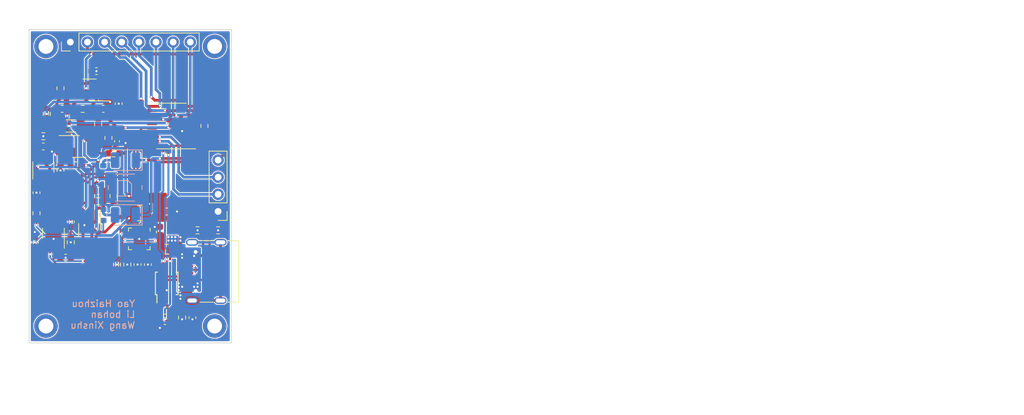
<source format=kicad_pcb>
(kicad_pcb (version 20230410) (generator pcbnew)
  (layers (0 "F.Cu" signal) (31 "B.Cu" signal) (34 "B.Paste" user) (35 "F.Paste" user) (36 "B.SilkS" user "B.Silkscreen") (37 "F.SilkS" user "F.Silkscreen") (38 "B.Mask" user) (39 "F.Mask" user) (44 "Edge.Cuts" user))
  (net 0 "")
  (net 1 "GND")
  (net 2 "+3V3")
  (net 3 "/SCR_SCK")
  (net 4 "/SCR_DATA")
  (net 5 "Net-(C21-Pad2)")
  (net 6 "Net-(U2B-+)")
  (net 7 "/SCR_BLK")
  (net 8 "Net-(J1-SHIELD)")
  (net 12 "Net-(D1-K)")
  (net 17 "Net-(U9-EXT_CAP)")
  (net 18 "Net-(U5-C1-)")
  (net 19 "Net-(U5-C1+)")
  (net 20 "Net-(U4-NRST)")
  (net 21 "Net-(U3-SS)")
  (net 22 "Net-(U3-FB)")
  (net 23 "Net-(F1-Pad1)")
  (net 24 "Net-(J1-CC1)")
  (net 25 "Net-(U1-UD+)")
  (net 26 "Net-(U1-UD-)")
  (net 28 "Net-(J1-CC2)")
  (net 30 "Net-(U1-V3)")
  (net 31 "Net-(L1-Pad1)")
  (net 32 "Net-(J2-Pin_3)")
  (net 33 "Net-(J2-Pin_2)")
  (net 34 "Net-(D3-K)")
  (net 35 "Net-(D3-A)")
  (net 36 "Net-(D2-K)")
  (net 37 "Net-(D2-A)")
  (net 38 "Net-(C17-Pad1)")
  (net 39 "Net-(C15-Pad1)")
  (net 40 "/SCR_RES")
  (net 41 "/SCR_DC")
  (net 42 "/SCR_CS")
  (net 43 "/RAW_PH")
  (net 44 "/MCU_TX")
  (net 45 "/MCU_RX")
  (net 46 "/LOW_PH")
  (net 47 "/HIGH_PH")
  (net 48 "/DIGIPOT_SDA")
  (net 49 "/DIGIPOT_SCL")
  (net 50 "/DIGIPOT_A")
  (net 51 "/AMP_PH")
  (net 52 "-3V3")
  (net 53 "+5V")
  (net 54 "Net-(U2A-+)")
  (net 55 "Net-(U6A-+)")
  (net 56 "Net-(U6B-+)")
  (net 57 "Net-(U2A--)")
  (net 58 "Net-(U2B--)")
  (footprint "Resistor_SMD:R_0603_1608Metric" (layer "F.Cu") (at 107.95 111.76)
    (fp_text reference "R17" hide)
    (fp_text value "3K65")
  )
  (footprint "Resistor_SMD:R_0603_1608Metric" (layer "F.Cu") (at 124.968 129.794 180)
    (fp_text reference "R2" hide)
    (fp_text value "5K1")
  )
  (footprint "Capacitor_SMD:C_0603_1608Metric" (layer "F.Cu") (at 106.934 120.142 180)
    (fp_text reference "C12" hide)
    (fp_text value "10uF")
  )
  (footprint "Capacitor_SMD:C_0603_1608Metric" (layer "F.Cu") (at 102.108 117.348)
    (fp_text reference "C9" hide)
    (fp_text value "1uF")
  )
  (footprint "Connector_PinHeader_2.54mm:PinHeader_1x04_P2.54mm_Vertical" (layer "F.Cu") (at 128.016 126.99 180)
    (fp_text reference "J2" hide)
    (fp_text value "SWD")
  )
  (footprint "Capacitor_SMD:C_0603_1608Metric" (layer "F.Cu") (at 113.284 110.998 -90)
    (fp_text reference "C14" hide)
    (fp_text value "100nF")
  )
  (footprint "Capacitor_SMD:C_0603_1608Metric" (layer "F.Cu") (at 104.648 120.904 90)
    (fp_text reference "C10" hide)
    (fp_text value "1uF")
  )
  (footprint "Capacitor_SMD:C_0603_1608Metric" (layer "F.Cu") (at 104.902 111.76)
    (fp_text reference "C17" hide)
    (fp_text value "22uF")
  )
  (footprint "Connector_PinHeader_2.54mm:PinHeader_1x08_P2.54mm_Vertical" (layer "F.Cu") (at 106.11 101.854 90)
    (fp_text reference "J3" hide)
    (fp_text value "Conn_01x08_Pin")
  )
  (footprint "Capacitor_SMD:C_1206_3216Metric" (layer "F.Cu") (at 106.172 114.3)
    (fp_text reference "C21" hide)
    (fp_text value "33uF")
  )
  (footprint "Resistor_SMD:R_0603_1608Metric" (layer "F.Cu") (at 125.984 114.3 -90)
    (fp_text reference "R8" hide)
    (fp_text value "100K")
  )
  (footprint "Resistor_SMD:R_0603_1608Metric" (layer "F.Cu") (at 104.648 108.712 90)
    (fp_text reference "R19" hide)
    (fp_text value "3K65")
  )
  (footprint "Capacitor_SMD:C_0603_1608Metric" (layer "F.Cu") (at 124.206 142.748 -90)
    (fp_text reference "C1" hide)
    (fp_text value "100nF")
  )
  (footprint "Capacitor_SMD:C_0603_1608Metric" (layer "F.Cu") (at 110.998 111.76)
    (fp_text reference "C15" hide)
    (fp_text value "220nF")
  )
  (footprint "Capacitor_SMD:C_0603_1608Metric" (layer "F.Cu") (at 105.41 133.858)
    (fp_text reference "C20" hide)
    (fp_text value "1uF")
  )
  (footprint "Capacitor_SMD:C_0402_1005Metric" (layer "F.Cu") (at 113.03 116.586 -90)
    (fp_text reference "C22" hide)
    (fp_text value "15uF")
  )
  (footprint "Resistor_SMD:R_0603_1608Metric" (layer "F.Cu") (at 110.236 114.046 90)
    (fp_text reference "R16" hide)
    (fp_text value "1K96")
  )
  (footprint "Package_SO:VSSOP-8_3.0x3.0mm_P0.65mm" (layer "F.Cu") (at 107.442 117.348)
    (fp_text reference "U2" hide)
    (fp_text value "LM2904")
  )
  (footprint "Capacitor_SMD:C_0603_1608Metric" (layer "F.Cu") (at 101.092 124.219 -90)
    (fp_text reference "C11" hide)
    (fp_text value "1uF")
  )
  (footprint "Package_TO_SOT_SMD:SOT-23-5" (layer "F.Cu") (at 102.108 120.396 90)
    (fp_text reference "U5" hide)
    (fp_text value "TPS60403")
  )
  (footprint "Inductor_SMD:L_1008_2520Metric" (layer "F.Cu") (at 116.332 127.254 180)
    (fp_text reference "L1" hide)
    (fp_text value "HEI252012A-2R2M-Q8")
  )
  (footprint "Resistor_SMD:R_0603_1608Metric" (layer "F.Cu") (at 102.616 112.522 90)
    (fp_text reference "R18" hide)
    (fp_text value "1K96")
  )
  (footprint "Package_DFN_QFN:VQFN-16-1EP_3x3mm_P0.5mm_EP1.68x1.68mm" (layer "F.Cu") (at 116.332 131.064 -90)
    (fp_text reference "U3" hide)
    (fp_text value "TLV62130")
  )
  (footprint "Package_SO:VSSOP-8_3.0x3.0mm_P0.65mm" (layer "F.Cu") (at 108.966 129.794 -90)
    (fp_text reference "U11" hide)
    (fp_text value "LM2904")
  )
  (footprint "Resistor_SMD:R_0603_1608Metric" (layer "F.Cu") (at 112.522 118.364)
    (fp_text reference "R25" hide)
    (fp_text value "15K8")
  )
  (footprint "Capacitor_SMD:C_0603_1608Metric" (layer "F.Cu") (at 120.396 127)
    (fp_text reference "C7" hide)
    (fp_text value "22uF")
  )
  (footprint "Resistor_SMD:R_0603_1608Metric" (layer "F.Cu") (at 113.03 134.874 -90)
    (fp_text reference "R4" hide)
    (fp_text value "562K")
  )
  (footprint "Capacitor_SMD:C_0603_1608Metric" (layer "F.Cu") (at 119.38 130.048 90)
    (fp_text reference "C5" hide)
    (fp_text value "100nF")
  )
  (footprint "Capacitor_SMD:C_0603_1608Metric" (layer "F.Cu") (at 106.172 128.537 90)
    (fp_text reference "C18" hide)
    (fp_text value "10uF")
  )
  (footprint "Resistor_SMD:R_0603_1608Metric" (layer "F.Cu") (at 110.236 125.476)
    (fp_text reference "R13" hide)
    (fp_text value "500K")
  )
  (footprint "Fuse:Fuse_0805_2012Metric" (layer "F.Cu") (at 120.396 132.588 180)
    (fp_text reference "F1" hide)
    (fp_text value "2A")
  )
  (footprint "Capacitor_SMD:C_0603_1608Metric" (layer "F.Cu") (at 109.982 106.172)
    (fp_text reference "C16" hide)
    (fp_text value "10uF")
  )
  (footprint "FP:M2-MountingHole" (layer "F.Cu") (at 127.5 102.5)
    (fp_text reference "REF**" hide)
    (fp_text value "M2-MountingHole")
  )
  (footprint "FP:TYPE-C-SMD_HX-TYPE-C-16PIN" (layer "F.Cu") (at 125.984 135.89 90)
    (fp_text reference "J1" hide)
    (fp_text value "USB_C_Receptacle_USB2.0")
  )
  (footprint "FP:M2-MountingHole" (layer "F.Cu") (at 102.5 144)
    (fp_text reference "REF**" hide)
    (fp_text value "M2-MountingHole")
  )
  (footprint "Capacitor_SMD:C_0603_1608Metric" (layer "F.Cu") (at 110.236 123.952)
    (fp_text reference "C8" hide)
    (fp_text value "150pF")
  )
  (footprint "Resistor_SMD:R_0603_1608Metric" (layer "F.Cu") (at 106.172 131.572 -90)
    (fp_text reference "R22" hide)
    (fp_text value "1K")
  )
  (footprint "Package_SO:MSOP-10_3x3mm_P0.5mm" (layer "F.Cu") (at 120.396 137.668 90)
    (fp_text reference "U1" hide)
    (fp_text value "CH340E")
  )
  (footprint "Resistor_SMD:R_0603_1608Metric" (layer "F.Cu") (at 101.092 127.254 -90)
    (fp_text reference "R20" hide)
    (fp_text value "10K")
  )
  (footprint "Package_SO:TSSOP-20_4.4x6.5mm_P0.65mm" (layer "F.Cu") (at 121.0895 114.311 180)
    (fp_text reference "U4" hide)
    (fp_text value "STM32G030F6Px")
  )
  (footprint "FP:M2-MountingHole" (layer "F.Cu") (at 102.5 102.5)
    (fp_text reference "REF**" hide)
    (fp_text value "M2-MountingHole")
  )
  (footprint "Resistor_SMD:R_0603_1608Metric" (layer "F.Cu") (at 128.016 129.794)
    (fp_text reference "R1" hide)
    (fp_text value "5K1")
  )
  (footprint "Capacitor_SMD:C_0603_1608Metric" (layer "F.Cu") (at 117.602 134.874 -90)
    (fp_text reference "C4" hide)
    (fp_text value "10uF")
  )
  (footprint "Resistor_SMD:R_0603_1608Metric" (layer "F.Cu") (at 122.682 142.748 90)
    (fp_text reference "R3" hide)
    (fp_text value "1M")
  )
  (footprint "Resistor_SMD:R_0603_1608Metric" (layer "F.Cu") (at 102.108 115.824 180)
    (fp_text reference "R14" hide)
    (fp_text value "15K8")
  )
  (footprint "Capacitor_SMD:C_0603_1608Metric" (layer "F.Cu") (at 120.142 141.732)
    (fp_text reference "C3" hide)
    (fp_text value "100nF")
  )
  (footprint "Capacitor_SMD:C_0603_1608Metric" (layer "F.Cu") (at 120.142 143.256 180)
    (fp_text reference "C2" hide)
    (fp_text value "100nF")
  )
  (footprint "Package_CSP:LFCSP-WD-10-1EP_3x3mm_P0.5mm_EP1.64x2.38mm" (layer "F.Cu") (at 103.604 130.966 90)
    (fp_text reference "U9" hide)
    (fp_text value "AD5272BCP")
  )
  (footprint "Resistor_SMD:R_0603_1608Metric" (layer "F.Cu") (at 112.522 124.714 -90)
    (fp_text reference "R21" hide)
    (fp_text value "10K")
  )
  (footprint "Resistor_SMD:R_0603_1608Metric" (layer "F.Cu") (at 114.554 134.874 90)
    (fp_text reference "R5" hide)
    (fp_text value "180K")
  )
  (footprint "FP:M2-MountingHole" (layer "F.Cu") (at 127.5 144)
    (fp_text reference "REF**" hide)
    (fp_text value "M2-MountingHole")
  )
  (footprint "Resistor_SMD:R_0603_1608Metric" (layer "F.Cu") (at 111.76 116.078 -90)
    (fp_text reference "R26" hide)
    (fp_text value "3K92")
  )
  (footprint "Capacitor_SMD:C_0603_1608Metric" (layer "F.Cu") (at 100.838 131.572 -90)
    (fp_text reference "C19" hide)
    (fp_text value "100nF")
  )
  (footprint "Package_SO:VSSOP-8_3.0x3.0mm_P0.65mm" (layer "F.Cu") (at 108.966 108.966 180)
    (fp_text reference "U6" hide)
    (fp_text value "LM2904")
  )
  (footprint "Capacitor_SMD:C_0603_1608Metric" (layer "F.Cu") (at 116.078 134.874 -90)
    (fp_text reference "C6" hide)
    (fp_text value "470pF")
  )
  (footprint "Capacitor_Tantalum_SMD:CP_EIA-3528-21_Kemet-B" (layer "B.Cu") (at 114.3 127.508 180)
    (fp_text reference "D2" hide)
    (fp_text value "VLMTG41S2U1")
  )
  (footprint "Resistor_SMD:R_0603_1608Metric" (layer "B.Cu") (at 110.998 119.38 90)
    (fp_text reference "R24" hide)
    (fp_text value "4.7R")
  )
  (footprint "Capacitor_Tantalum_SMD:CP_EIA-3528-21_Kemet-B" (layer "B.Cu") (at 114.3 119.38 180)
    (fp_text reference "D3" hide)
    (fp_text value "VLMTG41S2U1")
  )
  (footprint "FP:VEMD5510C" (layer "B.Cu") (at 111.633 121.399 -90)
    (fp_text reference "D1" hide)
    (fp_text value "VEMD5510C")
  )
  (footprint "Resistor_SMD:R_0603_1608Metric" (layer "B.Cu") (at 110.998 127.508 -90)
    (fp_text reference "R23" hide)
    (fp_text value "4.7R")
  )
  (gr_rect (start 100 100) (end 130 146.5) (stroke (width 0.1)) (fill none) (layer "Edge.Cuts"))
  (gr_text "Yao Haizhou\nLi bohan\nWang Xinshu" (at 115.8 144.47) (layer "B.SilkS") (effects (font (size 1 1)) (justify left bottom mirror)))
  (segment (start 101.283 115.824) (end 102.108 115.824) (width 0.4064) (layer "F.Cu") (net 1))
  (segment (start 101.092 124.994) (end 101.092 124.206) (width 0.4064) (layer "F.Cu") (net 1))
  (segment (start 119.367 144.259) (end 119.38 144.272) (width 0.4064) (layer "F.Cu") (net 1))
  (segment (start 117.602 135.649) (end 117.602 134.874) (width 0.508) (layer "F.Cu") (net 1))
  (segment (start 122.7836 132.6896) (end 122.428 132.334) (width 0.508) (layer "F.Cu") (net 1))
  (segment (start 122.428 139.446) (end 122.428 139.954) (width 0.508) (layer "F.Cu") (net 1))
  (segment (start 114.8695 130.814) (end 116.082 130.814) (width 0.254) (layer "F.Cu") (net 1))
  (segment (start 122.428 131.318) (end 122.428 130.81) (width 0.508) (layer "F.Cu") (net 1))
  (segment (start 106.172 129.312) (end 106.172 130.747) (width 0.254) (layer "F.Cu") (net 1))
  (segment (start 122.682 115.062) (end 123.108 114.636) (width 0.4064) (layer "F.Cu") (net 1))
  (segment (start 116.582 130.814) (end 116.332 131.064) (width 0.254) (layer "F.Cu") (net 1))
  (segment (start 119.367 143.256) (end 119.367 144.259) (width 0.4064) (layer "F.Cu") (net 1))
  (segment (start 114.046 118.364) (end 114.3 118.11) (width 0.4064) (layer "F.Cu") (net 1))
  (segment (start 104.604 129.5185) (end 104.604 129.966) (width 0.254) (layer "F.Cu") (net 1))
  (segment (start 106.185 133.858) (end 105.41 133.858) (width 0.254) (layer "F.Cu") (net 1))
  (segment (start 119.38 129.273) (end 118.631 129.273) (width 0.508) (layer "F.Cu") (net 1))
  (segment (start 114.3 118.11) (end 114.3 116.84) (width 0.4064) (layer "F.Cu") (net 1))
  (segment (start 104.104 132.4135) (end 104.104 131.466) (width 0.254) (layer "F.Cu") (net 1))
  (segment (start 120.396 139.868) (end 120.396 141.211) (width 0.3048) (layer "F.Cu") (net 1))
  (segment (start 123.108 114.636) (end 123.952 114.636) (width 0.4064) (layer "F.Cu") (net 1))
  (segment (start 103.632 130.994) (end 103.604 130.966) (width 0.254) (layer "F.Cu") (net 1))
  (segment (start 123.60148 132.6896) (end 122.7836 132.6896) (width 0.508) (layer "F.Cu") (net 1))
  (segment (start 103.702 131.064) (end 103.632 131.064) (width 0.254) (layer "F.Cu") (net 1))
  (segment (start 103.058 118.43) (end 103.378 118.11) (width 0.4064) (layer "F.Cu") (net 1))
  (segment (start 120.396 139.868) (end 120.396 138.684) (width 0.3048) (layer "F.Cu") (net 1))
  (segment (start 124.206 143.523) (end 124.206 143.002) (width 0.508) (layer "F.Cu") (net 1))
  (segment (start 128.841 129.794) (end 128.016 129.794) (width 0.3048) (layer "F.Cu") (net 1))
  (segment (start 117.7945 130.314) (end 117.7945 130.814) (width 0.254) (layer "F.Cu") (net 1))
  (segment (start 122.682 143.573) (end 122.682 143.002) (width 0.508) (layer "F.Cu") (net 1))
  (segment (start 114.554 135.699) (end 114.554 134.874) (width 0.4064) (layer "F.Cu") (net 1))
  (segment (start 121.171 127) (end 121.92 127) (width 0.4064) (layer "F.Cu") (net 1))
  (segment (start 116.082 130.814) (end 116.332 131.064) (width 0.254) (layer "F.Cu") (net 1))
  (segment (start 122.428 132.334) (end 122.428 131.318) (width 0.508) (layer "F.Cu") (net 1))
  (segment (start 124.143 129.794) (end 124.968 129.794) (width 0.3048) (layer "F.Cu") (net 1))
  (segment (start 104.104 131.466) (end 103.702 131.064) (width 0.254) (layer "F.Cu") (net 1))
  (segment (start 113.347 118.364) (end 114.046 118.364) (width 0.4064) (layer "F.Cu") (net 1))
  (segment (start 100.838 130.797) (end 100.838 130.048) (width 0.4064) (layer "F.Cu") (net 1))
  (segment (start 116.078 135.649) (end 116.078 134.874) (width 0.4064) (layer "F.Cu") (net 1))
  (segment (start 120.396 141.211) (end 120.917 141.732) (width 0.3048) (layer "F.Cu") (net 1))
  (segment (start 103.632 131.064) (end 103.632 130.994) (width 0.254) (layer "F.Cu") (net 1))
  (segment (start 117.7945 130.814) (end 116.582 130.814) (width 0.254) (layer "F.Cu") (net 1))
  (segment (start 104.604 129.966) (end 103.604 130.966) (width 0.254) (layer "F.Cu") (net 1))
  (segment (start 123.60148 139.0904) (end 122.7836 139.0904) (width 0.508) (layer "F.Cu") (net 1))
  (segment (start 106.172 130.747) (end 106.172 131.572) (width 0.254) (layer "F.Cu") (net 1))
  (segment (start 108.641 128.595) (end 108.641 127.594) (width 0.4064) (layer "F.Cu") (net 1))
  (segment (start 113.284 111.773) (end 113.284 110.998) (width 0.4064) (layer "F.Cu") (net 1))
  (segment (start 104.648 120.129) (end 104.648 120.904) (width 0.4064) (layer "F.Cu") (net 1))
  (segment (start 122.7836 139.0904) (end 122.428 139.446) (width 0.508) (layer "F.Cu") (net 1))
  (segment (start 118.631 129.273) (end 118.618 129.286) (width 0.508) (layer "F.Cu") (net 1))
  (segment (start 110.757 106.172) (end 109.982 106.172) (width 0.4064) (layer "F.Cu") (net 1))
  (segment (start 108.204 129.032) (end 108.641 128.595) (width 0.4064) (layer "F.Cu") (net 1))
  (segment (start 103.058 119.2585) (end 103.058 118.43) (width 0.4064) (layer "F.Cu") (net 1))
  (via (at 105.41 133.858) (size 0.4) (drill 0.3) (layers "F.Cu" "B.Cu") (net 1))
  (via (at 114.554 134.874) (size 0.4) (drill 0.3) (layers "F.Cu" "B.Cu") (net 1))
  (via (at 113.284 110.998) (size 0.4) (drill 0.3) (layers "F.Cu" "B.Cu") (net 1))
  (via (at 103.632 131.064) (size 0.4) (drill 0.3) (layers "F.Cu" "B.Cu") (net 1))
  (via (at 108.204 129.032) (size 0.4) (drill 0.3) (layers "F.Cu" "B.Cu") (net 1))
  (via (at 124.206 143.002) (size 0.4) (drill 0.3) (layers "F.Cu" "B.Cu") (net 1))
  (via (at 122.428 139.446) (size 0.4) (drill 0.3) (layers "F.Cu" "B.Cu") (net 1))
  (via (at 101.092 124.206) (size 0.4) (drill 0.3) (layers "F.Cu" "B.Cu") (net 1))
  (via (at 122.428 139.954) (size 0.4) (drill 0.3) (layers "F.Cu" "B.Cu") (net 1))
  (via (at 103.378 118.11) (size 0.4) (drill 0.3) (layers "F.Cu" "B.Cu") (net 1))
  (via (at 120.396 138.684) (size 0.4) (drill 0.3) (layers "F.Cu" "B.Cu") (net 1))
  (via (at 122.682 143.002) (size 0.4) (drill 0.3) (layers "F.Cu" "B.Cu") (net 1))
  (via (at 104.648 120.904) (size 0.4) (drill 0.3) (layers "F.Cu" "B.Cu") (net 1))
  (via (at 102.108 115.824) (size 0.4) (drill 0.3) (layers "F.Cu" "B.Cu") (net 1))
  (via (at 109.982 106.172) (size 0.4) (drill 0.3) (layers "F.Cu" "B.Cu") (net 1))
  (via (at 106.172 131.572) (size 0.4) (drill 0.3) (layers "F.Cu" "B.Cu") (net 1))
  (via (at 122.682 115.062) (size 0.4) (drill 0.3) (layers "F.Cu" "B.Cu") (net 1))
  (via (at 116.078 134.874) (size 0.4) (drill 0.3) (layers "F.Cu" "B.Cu") (net 1))
  (via (at 128.016 129.794) (size 0.4) (drill 0.3) (layers "F.Cu" "B.Cu") (net 1))
  (via (at 124.968 129.794) (size 0.4) (drill 0.3) (layers "F.Cu" "B.Cu") (net 1))
  (via (at 122.428 130.81) (size 0.4) (drill 0.3) (layers "F.Cu" "B.Cu") (net 1))
  (via (at 100.838 130.048) (size 0.4) (drill 0.3) (layers "F.Cu" "B.Cu") (net 1))
  (via (at 122.428 131.318) (size 0.4) (drill 0.3) (layers "F.Cu" "B.Cu") (net 1))
  (via (at 117.602 134.874) (size 0.4) (drill 0.3) (layers "F.Cu" "B.Cu") (net 1))
  (via (at 121.92 127) (size 0.4) (drill 0.3) (layers "F.Cu" "B.Cu") (net 1))
  (via (at 119.38 144.272) (size 0.4) (drill 0.3) (layers "F.Cu" "B.Cu") (net 1))
  (via (at 114.3 116.84) (size 0.4) (drill 0.3) (layers "F.Cu" "B.Cu") (net 1))
  (via (at 118.618 129.286) (size 0.4) (drill 0.3) (layers "F.Cu" "B.Cu") (net 1))
  (via (at 116.332 131.064) (size 0.4) (drill 0.3) (layers "F.Cu" "B.Cu") (net 1))
  (segment (start 129.286 115.062) (end 129.286 114.3) (width 0.4064) (layer "F.Cu") (net 2))
  (segment (start 113.538 129.286) (end 114.3 128.524) (width 0.254) (layer "F.Cu") (net 2))
  (segment (start 114.046 127.254) (end 111.252 130.048) (width 0.4064) (layer "F.Cu") (net 2))
  (segment (start 110.236 119.634) (end 108.191 121.679) (width 0.4064) (layer "F.Cu") (net 2))
  (segment (start 125.984 115.125) (end 125.159 115.125) (width 0.4064) (layer "F.Cu") (net 2))
  (segment (start 126.746 128.524) (end 128.778 128.524) (width 0.4064) (layer "F.Cu") (net 2))
  (segment (start 108.458 109.474) (end 108.458 108.712) (width 0.4064) (layer "F.Cu") (net 2))
  (segment (start 102.604 132.4135) (end 102.604 133.362) (width 0.254) (layer "F.Cu") (net 2))
  (segment (start 110.49 130.048) (end 109.941 130.597) (width 0.4064) (layer "F.Cu") (net 2))
  (segment (start 104.104 129.5185) (end 104.104 128.306) (width 0.254) (layer "F.Cu") (net 2))
  (segment (start 112.522 125.539) (end 114.491 125.539) (width 0.254) (layer "F.Cu") (net 2))
  (segment (start 111.252 130.048) (end 110.49 130.048) (width 0.4064) (layer "F.Cu") (net 2))
  (segment (start 128.461 115.125) (end 129.286 114.3) (width 0.4064) (layer "F.Cu") (net 2))
  (segment (start 118.614 131.314) (end 118.618 131.318) (width 0.254) (layer "F.Cu") (net 2))
  (segment (start 129.276 118.11) (end 128.016 119.37) (width 0.4064) (layer "F.Cu") (net 2))
  (segment (start 125.984 115.125) (end 128.461 115.125) (width 0.4064) (layer "F.Cu") (net 2))
  (segment (start 109.22 103.632) (end 124.968 103.632) (width 0.4064) (layer "F.Cu") (net 2))
  (segment (start 108.191 121.679) (end 104.648 121.679) (width 0.4064) (layer "F.Cu") (net 2))
  (segment (start 128.778 128.524) (end 129.159 128.143) (width 0.4064) (layer "F.Cu") (net 2))
  (segment (start 126.238 128.016) (end 126.746 128.524) (width 0.4064) (layer "F.Cu") (net 2))
  (segment (start 102.362 133.604) (end 101.092 133.604) (width 0.254) (layer "F.Cu") (net 2))
  (segment (start 106.172 127.762) (end 106.172 128.524) (width 0.254) (layer "F.Cu") (net 2))
  (segment (start 104.648 121.679) (end 104.648 122.428) (width 0.4064) (layer "F.Cu") (net 2))
  (segment (start 113.03 135.699) (end 113.03 134.874) (width 0.254) (layer "F.Cu") (net 2))
  (segment (start 121.412 128.016) (end 126.238 128.016) (width 0.4064) (layer "F.Cu") (net 2))
  (segment (start 114.491 125.539) (end 114.554 125.476) (width 0.254) (layer "F.Cu") (net 2))
  (segment (start 123.952 115.286) (end 124.998 115.286) (width 0.4064) (layer "F.Cu") (net 2))
  (segment (start 129.286 118.11) (end 129.276 118.11) (width 0.4064) (layer "F.Cu") (net 2))
  (segment (start 107.991 109.941) (end 108.458 109.474) (width 0.4064) (layer "F.Cu") (net 2))
  (segment (start 114.8695 131.314) (end 114.2495 131.314) (width 0.254) (layer "F.Cu") (net 2))
  (segment (start 126.238 104.902) (end 128.524 104.902) (width 0.4064) (layer "F.Cu") (net 2))
  (segment (start 102.362 122.682) (end 102.108 122.428) (width 0.4064) (layer "F.Cu") (net 2))
  (segment (start 100.838 133.35) (end 100.838 132.347) (width 0.254) (layer "F.Cu") (net 2))
  (segment (start 128.524 104.902) (end 129.286 105.664) (width 0.4064) (layer "F.Cu") (net 2))
  (segment (start 110.236 119.38) (end 110.236 119.634) (width 0.4064) (layer "F.Cu") (net 2))
  (segment (start 114.3 128.524) (end 114.554 128.524) (width 0.254) (layer "F.Cu") (net 2))
  (segment (start 109.941 130.597) (end 109.941 131.994) (width 0.4064) (layer "F.Cu") (net 2))
  (segment (start 108.417 116.373) (end 108.204 116.586) (width 0.4064) (layer "F.Cu") (net 2))
  (segment (start 125.159 115.125) (end 124.998 115.286) (width 0.4064) (layer "F.Cu") (net 2))
  (segment (start 101.092 128.079) (end 101.092 129.032) (width 0.254) (layer "F.Cu") (net 2))
  (segment (start 124.968 103.632) (end 126.238 104.902) (width 0.4064) (layer "F.Cu") (net 2))
  (segment (start 104.104 128.306) (end 104.648 127.762) (width 0.254) (layer "F.Cu") (net 2))
  (segment (start 106.766 109.941) (end 107.991 109.941) (width 0.4064) (layer "F.Cu") (net 2))
  (segment (start 100.838 132.347) (end 100.838 131.572) (width 0.254) (layer "F.Cu") (net 2))
  (segment (start 106.172 127.762) (end 104.648 127.762) (width 0.254) (layer "F.Cu") (net 2))
  (segment (start 109.22 103.632) (end 108.65 103.062) (width 0.4064) (layer "F.Cu") (net 2))
  (segment (start 129.286 126.492) (end 129.286 118.11) (width 0.4064) (layer "F.Cu") (net 2))
  (segment (start 129.286 128.016) (end 129.286 126.492) (width 0.4064) (layer "F.Cu") (net 2))
  (segment (start 102.604 133.362) (end 102.362 133.604) (width 0.254) (layer "F.Cu") (net 2))
  (segment (start 102.108 122.428) (end 102.108 121.5335) (width 0.4064) (layer "F.Cu") (net 2))
  (segment (start 113.538 130.302) (end 113.538 129.286) (width 0.254) (layer "F.Cu") (net 2))
  (segment (start 115.257 127.254) (end 114.046 127.254) (width 0.4064) (layer "F.Cu") (net 2))
  (segment (start 108.65 103.062) (end 108.65 101.854) (width 0.4064) (layer "F.Cu") (net 2))
  (segment (start 104.394 122.682) (end 102.362 122.682) (width 0.4064) (layer "F.Cu") (net 2))
  (segment (start 129.286 105.664) (end 129.286 114.3) (width 0.4064) (layer "F.Cu") (net 2))
  (segment (start 109.642 116.373) (end 108.417 116.373) (width 0.4064) (layer "F.Cu") (net 2))
  (segment (start 129.159 128.143) (end 129.286 128.016) (width 0.4064) (layer "F.Cu") (net 2))
  (segment (start 117.7945 131.314) (end 118.614 131.314) (width 0.254) (layer "F.Cu") (net 2))
  (segment (start 129.286 118.11) (end 129.286 115.062) (width 0.4064) (layer "F.Cu") (net 2))
  (segment (start 114.2495 131.314) (end 114.2455 131.318) (width 0.254) (layer "F.Cu") (net 2))
  (segment (start 119.634 128.016) (end 121.412 128.016) (width 0.4064) (layer "F.Cu") (net 2))
  (segment (start 101.092 133.604) (end 100.838 133.35) (width 0.254) (layer "F.Cu") (net 2))
  (segment (start 104.648 122.428) (end 104.394 122.682) (width 0.4064) (layer "F.Cu") (net 2))
  (via (at 106.172 128.524) (size 0.4) (drill 0.3) (layers "F.Cu" "B.Cu") (net 2))
  (via (at 113.538 130.302) (size 0.4) (drill 0.3) (layers "F.Cu" "B.Cu") (net 2))
  (via (at 113.03 134.874) (size 0.4) (drill 0.3) (layers "F.Cu" "B.Cu") (net 2))
  (via (at 110.236 119.38) (size 0.4) (drill 0.3) (layers "F.Cu" "B.Cu") (net 2))
  (via (at 101.092 129.032) (size 0.4) (drill 0.3) (layers "F.Cu" "B.Cu") (net 2))
  (via (at 100.838 131.572) (size 0.4) (drill 0.3) (layers "F.Cu" "B.Cu") (net 2))
  (via (at 108.458 108.712) (size 0.4) (drill 0.3) (layers "F.Cu" "B.Cu") (net 2))
  (via (at 114.808 128.016) (size 0.4) (drill 0.3) (layers "F.Cu" "B.Cu") (net 2))
  (via (at 114.808 124.714) (size 0.4) (drill 0.3) (layers "F.Cu" "B.Cu") (net 2))
  (via (at 108.204 116.586) (size 0.4) (drill 0.3) (layers "F.Cu" "B.Cu") (net 2))
  (via (at 114.2455 131.318) (size 0.4) (drill 0.3) (layers "F.Cu" "B.Cu") (net 2))
  (via (at 109.22 103.632) (size 0.4) (drill 0.3) (layers "F.Cu" "B.Cu") (net 2))
  (via (at 118.618 131.318) (size 0.4) (drill 0.3) (layers "F.Cu" "B.Cu") (net 2))
  (segment (start 117.602 131.572) (end 115.824 131.572) (width 0.254) (layer "B.Cu") (net 2))
  (segment (start 114.808 124.714) (end 114.3 124.206) (width 0.4064) (layer "B.Cu") (net 2))
  (segment (start 106.172 129.794) (end 106.934 130.556) (width 0.254) (layer "B.Cu") (net 2))
  (segment (start 117.856 131.318) (end 117.602 131.572) (width 0.254) (layer "B.Cu") (net 2))
  (segment (start 114.046 117.602) (end 111.252 117.602) (width 0.4064) (layer "B.Cu") (net 2))
  (segment (start 113.792 131.318) (end 113.538 131.572) (width 0.254) (layer "B.Cu") (net 2))
  (segment (start 111.252 117.602) (end 110.998 117.856) (width 0.4064) (layer "B.Cu") (net 2))
  (segment (start 118.618 131.318) (end 117.856 131.318) (width 0.254) (layer "B.Cu") (net 2))
  (segment (start 108.204 116.586) (end 108.204 118.618) (width 0.4064) (layer "B.Cu") (net 2))
  (segment (start 110.236 130.556) (end 110.998 129.794) (width 0.254) (layer "B.Cu") (net 2))
  (segment (start 110.236 119.38) (end 110.236 119.317) (width 0.4064) (layer "B.Cu") (net 2))
  (segment (start 114.3 124.206) (end 114.3 117.856) (width 0.4064) (layer "B.Cu") (net 2))
  (segment (start 114.2455 131.318) (end 113.792 131.318) (width 0.254) (layer "B.Cu") (net 2))
  (segment (start 110.998 129.794) (end 110.998 128.333) (width 0.254) (layer "B.Cu") (net 2))
  (segment (start 101.092 129.032) (end 101.092 129.286) (width 0.254) (layer "B.Cu") (net 2))
  (segment (start 113.538 133.858) (end 113.538 133.604) (width 0.254) (layer "B.Cu") (net 2))
  (segment (start 109.22 103.632) (end 108.458 104.394) (width 0.4064) (layer "B.Cu") (net 2))
  (segment (start 110.998 117.856) (end 110.998 118.555) (width 0.4064) (layer "B.Cu") (net 2))
  (segment (start 115.57 131.318) (end 114.2455 131.318) (width 0.254) (layer "B.Cu") (net 2))
  (segment (start 113.538 133.604) (end 113.538 131.572) (width 0.254) (layer "B.Cu") (net 2))
  (segment (start 108.458 104.394) (end 108.458 108.712) (width 0.4064) (layer "B.Cu") (net 2))
  (segment (start 101.854 130.556) (end 100.838 131.572) (width 0.254) (layer "B.Cu") (net 2))
  (segment (start 112.268 130.556) (end 110.236 130.556) (width 0.4064) (layer "B.Cu") (net 2))
  (segment (start 113.538 130.302) (end 113.538 131.572) (width 0.254) (layer "B.Cu") (net 2))
  (segment (start 115.824 131.572) (end 115.57 131.318) (width 0.254) (layer "B.Cu") (net 2))
  (segment (start 108.966 119.38) (end 110.236 119.38) (width 0.4064) (layer "B.Cu") (net 2))
  (segment (start 113.03 134.366) (end 113.284 134.112) (width 0.254) (layer "B.Cu") (net 2))
  (segment (start 101.346 129.54) (end 102.362 130.556) (width 0.254) (layer "B.Cu") (net 2))
  (segment (start 102.362 130.556) (end 102.616 130.556) (width 0.254) (layer "B.Cu") (net 2))
  (segment (start 113.284 134.112) (end 113.538 133.858) (width 0.254) (layer "B.Cu") (net 2))
  (segment (start 102.616 130.556) (end 106.934 130.556) (width 0.254) (layer "B.Cu") (net 2))
  (segment (start 106.172 128.524) (end 106.172 129.794) (width 0.254) (layer "B.Cu") (net 2))
  (segment (start 114.3 117.856) (end 114.046 117.602) (width 0.4064) (layer "B.Cu") (net 2))
  (segment (start 114.808 128.016) (end 112.268 130.556) (width 0.4064) (layer "B.Cu") (net 2))
  (segment (start 102.616 130.556) (end 101.854 130.556) (width 0.254) (layer "B.Cu") (net 2))
  (segment (start 101.092 129.286) (end 101.346 129.54) (width 0.254) (layer "B.Cu") (net 2))
  (segment (start 110.236 119.317) (end 110.998 118.555) (width 0.4064) (layer "B.Cu") (net 2))
  (segment (start 108.204 118.618) (end 108.966 119.38) (width 0.4064) (layer "B.Cu") (net 2))
  (segment (start 106.934 130.556) (end 110.236 130.556) (width 0.254) (layer "B.Cu") (net 2))
  (segment (start 113.03 134.874) (end 113.03 134.366) (width 0.254) (layer "B.Cu") (net 2))
  (segment (start 116.586 110.236) (end 116.586 111.506) (width 0.4064) (layer "F.Cu") (net 3))
  (segment (start 116.586 111.506) (end 117.116 112.036) (width 0.4064) (layer "F.Cu") (net 3))
  (segment (start 117.116 112.036) (end 118.227 112.036) (width 0.4064) (layer "F.Cu") (net 3))
  (via (at 116.586 110.236) (size 0.4) (drill 0.3) (layers "F.Cu" "B.Cu") (net 3))
  (segment (start 113.476 104.14) (end 114.3 104.14) (width 0.4064) (layer "B.Cu") (net 3))
  (segment (start 116.586 106.426) (end 114.3 104.14) (width 0.4064) (layer "B.Cu") (net 3))
  (segment (start 116.586 110.236) (end 116.586 106.426) (width 0.4064) (layer "B.Cu") (net 3))
  (segment (start 111.19 101.854) (end 113.476 104.14) (width 0.4064) (layer "B.Cu") (net 3))
  (segment (start 123.952 112.036) (end 120.164 112.036) (width 0.4064) (layer "F.Cu") (net 4))
  (segment (start 120.164 112.036) (end 120.142 112.014) (width 0.4064) (layer "F.Cu") (net 4))
  (via (at 120.142 112.014) (size 0.4) (drill 0.3) (layers "F.Cu" "B.Cu") (net 4))
  (segment (start 115.316 104.14) (end 115.316 103.44) (width 0.4064) (layer "B.Cu") (net 4))
  (segment (start 117.348 111.252) (end 117.348 106.172) (width 0.4064) (layer "B.Cu") (net 4))
  (segment (start 117.348 106.172) (end 115.316 104.14) (width 0.4064) (layer "B.Cu") (net 4))
  (segment (start 120.142 112.014) (end 118.11 112.014) (width 0.4064) (layer "B.Cu") (net 4))
  (segment (start 115.316 103.44) (end 113.73 101.854) (width 0.4064) (layer "B.Cu") (net 4))
  (segment (start 118.11 112.014) (end 117.348 111.252) (width 0.4064) (layer "B.Cu") (net 4))
  (segment (start 111.506 114.046) (end 107.901 114.046) (width 0.4064) (layer "F.Cu") (net 5))
  (segment (start 107.901 114.046) (end 107.647 114.3) (width 0.4064) (layer "F.Cu") (net 5))
  (segment (start 112.713 115.253) (end 111.76 115.253) (width 0.4064) (layer "F.Cu") (net 5))
  (segment (start 111.76 115.253) (end 111.76 114.3) (width 0.4064) (layer "F.Cu") (net 5))
  (segment (start 113.03 115.57) (end 112.713 115.253) (width 0.4064) (layer "F.Cu") (net 5))
  (segment (start 111.76 114.3) (end 111.506 114.046) (width 0.4064) (layer "F.Cu") (net 5))
  (segment (start 113.03 116.106) (end 113.03 115.57) (width 0.4064) (layer "F.Cu") (net 5))
  (segment (start 111.656 118.323) (end 111.697 118.364) (width 0.4064) (layer "F.Cu") (net 6))
  (segment (start 109.642 118.323) (end 111.656 118.323) (width 0.4064) (layer "F.Cu") (net 6))
  (segment (start 112.995 117.066) (end 111.697 118.364) (width 0.4064) (layer "F.Cu") (net 6))
  (segment (start 113.03 117.066) (end 112.995 117.066) (width 0.4064) (layer "F.Cu") (net 6))
  (segment (start 121.83 112.686) (end 118.227 112.686) (width 0.4064) (layer "F.Cu") (net 7))
  (via (at 121.83 112.686) (size 0.4) (drill 0.3) (layers "F.Cu" "B.Cu") (net 7))
  (segment (start 121.83 112.686) (end 123.28 112.686) (width 0.4064) (layer "B.Cu") (net 7))
  (segment (start 123.89 112.076) (end 123.89 101.854) (width 0.4064) (layer "B.Cu") (net 7))
  (segment (start 123.28 112.686) (end 123.89 112.076) (width 0.4064) (layer "B.Cu") (net 7))
  (segment (start 128.36906 140.21054) (end 128.36906 131.56946) (width 0.4064) (layer "F.Cu") (net 8))
  (segment (start 124.1679 140.21054) (end 128.36906 140.21054) (width 0.4064) (layer "F.Cu") (net 8))
  (segment (start 128.36906 131.56946) (end 124.1679 131.56946) (width 0.4064) (layer "B.Cu") (net 8))
  (segment (start 109.411 125.476) (end 109.411 124.002) (width 0.4064) (layer "F.Cu") (net 12))
  (segment (start 110.236 122.428) (end 109.461 123.203) (width 0.4064) (layer "F.Cu") (net 12))
  (segment (start 109.411 124.002) (end 109.461 123.952) (width 0.4064) (layer "F.Cu") (net 12))
  (segment (start 109.461 123.203) (end 109.461 123.952) (width 0.4064) (layer "F.Cu") (net 12))
  (segment (start 109.291 125.596) (end 109.411 125.476) (width 0.4064) (layer "F.Cu") (net 12))
  (segment (start 109.291 127.594) (end 109.291 125.596) (width 0.4064) (layer "F.Cu") (net 12))
  (via (at 110.236 122.428) (size 0.4) (drill 0.3) (layers "F.Cu" "B.Cu") (net 12))
  (segment (start 110.49 122.174) (end 112.133 122.174) (width 0.4064) (layer "B.Cu") (net 12))
  (segment (start 110.236 122.428) (end 110.49 122.174) (width 0.4064) (layer "B.Cu") (net 12))
  (segment (start 104.604 132.4135) (end 104.604 133.827) (width 0.254) (layer "F.Cu") (net 17))
  (segment (start 104.604 133.827) (end 104.635 133.858) (width 0.254) (layer "F.Cu") (net 17))
  (segment (start 103.058 120.584) (end 102.108 119.634) (width 0.4064) (layer "F.Cu") (net 18))
  (segment (start 102.108 118.123) (end 102.883 117.348) (width 0.4064) (layer "F.Cu") (net 18))
  (segment (start 102.108 119.634) (end 102.108 118.123) (width 0.4064) (layer "F.Cu") (net 18))
  (segment (start 103.058 121.5335) (end 103.058 120.584) (width 0.4064) (layer "F.Cu") (net 18))
  (segment (start 101.158 117.523) (end 101.333 117.348) (width 0.4064) (layer "F.Cu") (net 19))
  (segment (start 101.158 119.2585) (end 101.158 117.523) (width 0.4064) (layer "F.Cu") (net 19))
  (segment (start 123.952 113.986) (end 125.473 113.986) (width 0.4064) (layer "F.Cu") (net 20))
  (segment (start 125.473 113.986) (end 125.984 113.475) (width 0.4064) (layer "F.Cu") (net 20))
  (segment (start 115.582 132.5265) (end 115.582 133.603) (width 0.254) (layer "F.Cu") (net 21))
  (segment (start 115.582 133.603) (end 116.078 134.099) (width 0.254) (layer "F.Cu") (net 21))
  (segment (start 114.046 134.049) (end 113.792 133.795) (width 0.254) (layer "F.Cu") (net 22))
  (segment (start 113.792 133.795) (end 113.792 130.81) (width 0.254) (layer "F.Cu") (net 22))
  (segment (start 114.288 130.314) (end 114.8695 130.314) (width 0.254) (layer "F.Cu") (net 22))
  (segment (start 114.554 134.049) (end 113.03 134.049) (width 0.254) (layer "F.Cu") (net 22))
  (segment (start 113.792 130.81) (end 114.288 130.314) (width 0.254) (layer "F.Cu") (net 22))
  (segment (start 114.554 134.049) (end 114.046 134.049) (width 0.254) (layer "F.Cu") (net 22))
  (via (at 121.666 131.318) (size 0.4) (drill 0.3) (layers "F.Cu" "B.Cu") (net 23))
  (via (at 120.65 131.318) (size 0.4) (drill 0.3) (layers "F.Cu" "B.Cu") (net 23))
  (via (at 124.46 133.604) (size 0.4) (drill 0.3) (layers "F.Cu" "B.Cu") (net 23))
  (via (at 124.968 138.176) (size 0.4) (drill 0.3) (layers "F.Cu" "B.Cu") (net 23))
  (via (at 124.46 138.176) (size 0.4) (drill 0.3) (layers "F.Cu" "B.Cu") (net 23))
  (via (at 122.174 138.684) (size 0.4) (drill 0.3) (layers "F.Cu" "B.Cu") (net 23))
  (via (at 121.158 130.81) (size 0.4) (drill 0.3) (layers "F.Cu" "B.Cu") (net 23))
  (via (at 122.682 133.858) (size 0.4) (drill 0.3) (layers "F.Cu" "B.Cu") (net 23))
  (via (at 120.65 130.81) (size 0.4) (drill 0.3) (layers "F.Cu" "B.Cu") (net 23))
  (via (at 122.682 138.176) (size 0.4) (drill 0.3) (layers "F.Cu" "B.Cu") (net 23))
  (via (at 121.666 130.81) (size 0.4) (drill 0.3) (layers "F.Cu" "B.Cu") (net 23))
  (via (at 121.158 131.318) (size 0.4) (drill 0.3) (layers "F.Cu" "B.Cu") (net 23))
  (via (at 122.174 138.176) (size 0.4) (drill 0.3) (layers "F.Cu" "B.Cu") (net 23))
  (via (at 122.682 133.35) (size 0.4) (drill 0.3) (layers "F.Cu" "B.Cu") (net 23))
  (via (at 124.968 137.668) (size 0.4) (drill 0.3) (layers "F.Cu" "B.Cu") (net 23))
  (via (at 122.174 137.668) (size 0.4) (drill 0.3) (layers "F.Cu" "B.Cu") (net 23))
  (segment (start 126.746 136.652) (end 126.746 130.239) (width 0.3048) (layer "F.Cu") (net 24))
  (segment (start 126.746 130.239) (end 127.191 129.794) (width 0.3048) (layer "F.Cu") (net 24))
  (segment (start 126.25832 137.13968) (end 126.746 136.652) (width 0.3048) (layer "F.Cu") (net 24))
  (segment (start 123.60148 137.13968) (end 126.25832 137.13968) (width 0.3048) (layer "F.Cu") (net 24))
  (segment (start 123.60148 136.13892) (end 124.45492 136.13892) (width 0.3048) (layer "F.Cu") (net 25))
  (segment (start 123.60148 135.1407) (end 124.4473 135.1407) (width 0.3048) (layer "F.Cu") (net 25))
  (segment (start 122.43308 136.13892) (end 123.60148 136.13892) (width 0.3048) (layer "F.Cu") (net 25))
  (segment (start 124.45492 136.13892) (end 124.46 136.144) (width 0.3048) (layer "F.Cu") (net 25))
  (segment (start 119.888 136.652) (end 121.92 136.652) (width 0.3048) (layer "F.Cu") (net 25))
  (segment (start 121.92 136.652) (end 122.43308 136.13892) (width 0.3048) (layer "F.Cu") (net 25))
  (segment (start 124.4473 135.1407) (end 124.46 135.128) (width 0.3048) (layer "F.Cu") (net 25))
  (segment (start 119.396 137.144) (end 119.888 136.652) (width 0.3048) (layer "F.Cu") (net 25))
  (segment (start 119.396 139.868) (end 119.396 137.144) (width 0.3048) (layer "F.Cu") (net 25))
  (via (at 124.46 136.144) (size 0.4) (drill 0.3) (layers "F.Cu" "B.Cu") (net 25))
  (via (at 124.46 135.128) (size 0.4) (drill 0.3) (layers "F.Cu" "B.Cu") (net 25))
  (segment (start 124.714 135.382) (end 124.714 135.89) (width 0.3048) (layer "B.Cu") (net 25))
  (segment (start 124.714 135.89) (end 124.46 136.144) (width 0.3048) (layer "B.Cu") (net 25))
  (segment (start 124.46 135.128) (end 124.714 135.382) (width 0.3048) (layer "B.Cu") (net 25))
  (segment (start 125.222 136.398) (end 124.9807 136.6393) (width 0.3048) (layer "F.Cu") (net 26))
  (segment (start 123.60148 135.64108) (end 124.97308 135.64108) (width 0.3048) (layer "F.Cu") (net 26))
  (segment (start 124.97308 135.64108) (end 125.222 135.89) (width 0.3048) (layer "F.Cu") (net 26))
  (segment (start 119.896 137.406) (end 120.142 137.16) (width 0.3048) (layer "F.Cu") (net 26))
  (segment (start 124.9807 136.6393) (end 123.60148 136.6393) (width 0.3048) (layer "F.Cu") (net 26))
  (segment (start 119.896 139.868) (end 119.896 137.406) (width 0.3048) (layer "F.Cu") (net 26))
  (segment (start 120.142 137.16) (end 122.174 137.16) (width 0.3048) (layer "F.Cu") (net 26))
  (segment (start 122.6947 136.6393) (end 123.60148 136.6393) (width 0.3048) (layer "F.Cu") (net 26))
  (segment (start 125.222 135.89) (end 125.222 136.398) (width 0.3048) (layer "F.Cu") (net 26))
  (segment (start 122.174 137.16) (end 122.6947 136.6393) (width 0.3048) (layer "F.Cu") (net 26))
  (segment (start 125.793 129.794) (end 125.793 133.287) (width 0.3048) (layer "F.Cu") (net 28))
  (segment (start 125.793 133.287) (end 124.94006 134.13994) (width 0.3048) (layer "F.Cu") (net 28))
  (segment (start 124.94006 134.13994) (end 123.60148 134.13994) (width 0.3048) (layer "F.Cu") (net 28))
  (segment (start 118.872 141.237) (end 119.367 141.732) (width 0.3048) (layer "F.Cu") (net 30))
  (segment (start 119.396 135.468) (end 119.396 136.382) (width 0.3048) (layer "F.Cu") (net 30))
  (segment (start 118.872 136.906) (end 118.872 141.237) (width 0.3048) (layer "F.Cu") (net 30))
  (segment (start 119.396 136.382) (end 118.872 136.906) (width 0.3048) (layer "F.Cu") (net 30))
  (segment (start 119.38 115.936) (end 118.227 115.936) (width 0.4064) (layer "F.Cu") (net 32))
  (via (at 119.38 115.936) (size 0.4) (drill 0.3) (layers "F.Cu" "B.Cu") (net 32))
  (segment (start 122.926 121.91) (end 122.174 121.158) (width 0.4064) (layer "B.Cu") (net 32))
  (segment (start 121.016 115.936) (end 119.38 115.936) (width 0.4064) (layer "B.Cu") (net 32))
  (segment (start 122.174 117.094) (end 121.016 115.936) (width 0.4064) (layer "B.Cu") (net 32))
  (segment (start 122.174 121.158) (end 122.174 117.094) (width 0.4064) (layer "B.Cu") (net 32))
  (segment (start 128.016 121.91) (end 122.926 121.91) (width 0.4064) (layer "B.Cu") (net 32))
  (segment (start 118.227 116.586) (end 119.38 116.586) (width 0.4064) (layer "F.Cu") (net 33))
  (via (at 119.38 116.586) (size 0.4) (drill 0.3) (layers "F.Cu" "B.Cu") (net 33))
  (segment (start 122.174 124.46) (end 122.184 124.45) (width 0.4064) (layer "B.Cu") (net 33))
  (segment (start 119.38 116.586) (end 120.65 116.586) (width 0.4064) (layer "B.Cu") (net 33))
  (segment (start 120.65 116.586) (end 121.412 117.348) (width 0.4064) (layer "B.Cu") (net 33))
  (segment (start 121.412 117.348) (end 121.412 123.698) (width 0.4064) (layer "B.Cu") (net 33))
  (segment (start 122.184 124.45) (end 128.016 124.45) (width 0.4064) (layer "B.Cu") (net 33))
  (segment (start 121.412 123.698) (end 122.174 124.46) (width 0.4064) (layer "B.Cu") (net 33))
  (segment (start 117.348 119.38) (end 118.618 119.38) (width 0.4064) (layer "F.Cu") (net 34))
  (segment (start 118.618 119.38) (end 118.872 119.634) (width 0.4064) (layer "F.Cu") (net 34))
  (segment (start 125.984 118.872) (end 125.984 116.586) (width 0.4064) (layer "F.Cu") (net 34))
  (segment (start 125.222 119.634) (end 125.984 118.872) (width 0.4064) (layer "F.Cu") (net 34))
  (segment (start 125.334 115.936) (end 123.952 115.936) (width 0.4064) (layer "F.Cu") (net 34))
  (segment (start 118.872 119.634) (end 125.222 119.634) (width 0.4064) (layer "F.Cu") (net 34))
  (segment (start 125.984 116.586) (end 125.334 115.936) (width 0.4064) (layer "F.Cu") (net 34))
  (via (at 117.348 119.38) (size 0.4) (drill 0.3) (layers "F.Cu" "B.Cu") (net 34))
  (segment (start 117.348 119.38) (end 115.8375 119.38) (width 0.4064) (layer "B.Cu") (net 34))
  (segment (start 110.998 120.205) (end 110.998 119.634) (width 0.4064) (layer "B.Cu") (net 35))
  (segment (start 110.998 119.634) (end 111.252 119.38) (width 0.4064) (layer "B.Cu") (net 35))
  (segment (start 111.252 119.38) (end 112.7625 119.38) (width 0.4064) (layer "B.Cu") (net 35))
  (segment (start 119.38 119.126) (end 124.46 119.126) (width 0.4064) (layer "F.Cu") (net 36))
  (segment (start 124.968 116.586) (end 123.952 116.586) (width 0.4064) (layer "F.Cu") (net 36))
  (segment (start 125.222 118.364) (end 125.222 116.84) (width 0.4064) (layer "F.Cu") (net 36))
  (segment (start 125.222 116.84) (end 124.968 116.586) (width 0.4064) (layer "F.Cu") (net 36))
  (segment (start 124.46 119.126) (end 125.222 118.364) (width 0.4064) (layer "F.Cu") (net 36))
  (via (at 119.38 119.126) (size 0.4) (drill 0.3) (layers "F.Cu" "B.Cu") (net 36))
  (segment (start 118.364 119.126) (end 118.11 119.38) (width 0.4064) (layer "B.Cu") (net 36))
  (segment (start 117.602 127.508) (end 115.8375 127.508) (width 0.4064) (layer "B.Cu") (net 36))
  (segment (start 118.11 127) (end 117.602 127.508) (width 0.4064) (layer "B.Cu") (net 36))
  (segment (start 118.11 119.38) (end 118.11 127) (width 0.4064) (layer "B.Cu") (net 36))
  (segment (start 119.38 119.126) (end 118.364 119.126) (width 0.4064) (layer "B.Cu") (net 36))
  (segment (start 111.252 127.508) (end 112.7625 127.508) (width 0.4064) (layer "B.Cu") (net 37))
  (segment (start 110.998 126.683) (end 110.998 127.254) (width 0.4064) (layer "B.Cu") (net 37))
  (segment (start 110.998 127.254) (end 111.252 127.508) (width 0.4064) (layer "B.Cu") (net 37))
  (segment (start 104.127 110.757) (end 104.127 111.76) (width 0.4064) (layer "F.Cu") (net 38))
  (segment (start 104.648 109.537) (end 104.648 110.236) (width 0.4064) (layer "F.Cu") (net 38))
  (segment (start 102.679 111.76) (end 102.616 111.697) (width 0.4064) (layer "F.Cu") (net 38))
  (segment (start 104.127 111.76) (end 102.679 111.76) (width 0.4064) (layer "F.Cu") (net 38))
  (segment (start 104.648 110.236) (end 104.127 110.757) (width 0.4064) (layer "F.Cu") (net 38))
  (segment (start 108.395 113.221) (end 107.125 111.951) (width 0.4064) (layer "F.Cu") (net 39))
  (segment (start 110.236 113.221) (end 108.395 113.221) (width 0.4064) (layer "F.Cu") (net 39))
  (segment (start 107.125 111.951) (end 107.125 111.76) (width 0.4064) (layer "F.Cu") (net 39))
  (segment (start 110.223 111.76) (end 110.223 113.208) (width 0.4064) (layer "F.Cu") (net 39))
  (segment (start 110.223 113.208) (end 110.236 113.221) (width 0.4064) (layer "F.Cu") (net 39))
  (segment (start 119.246 111.386) (end 119.38 111.252) (width 0.4064) (layer "F.Cu") (net 40))
  (segment (start 118.227 111.386) (end 119.246 111.386) (width 0.4064) (layer "F.Cu") (net 40))
  (via (at 119.38 111.252) (size 0.4) (drill 0.3) (layers "F.Cu" "B.Cu") (net 40))
  (segment (start 119.38 111.252) (end 119.38 109.474) (width 0.4064) (layer "B.Cu") (net 40))
  (segment (start 118.81 108.904) (end 118.81 101.854) (width 0.4064) (layer "B.Cu") (net 40))
  (segment (start 119.38 109.474) (end 118.81 108.904) (width 0.4064) (layer "B.Cu") (net 40))
  (segment (start 118.618 110.49) (end 122.174 110.49) (width 0.4064) (layer "F.Cu") (net 41))
  (segment (start 122.174 110.49) (end 123.07 111.386) (width 0.4064) (layer "F.Cu") (net 41))
  (segment (start 123.07 111.386) (end 123.952 111.386) (width 0.4064) (layer "F.Cu") (net 41))
  (segment (start 118.11 109.982) (end 118.618 110.49) (width 0.4064) (layer "F.Cu") (net 41))
  (via (at 118.11 109.982) (size 0.4) (drill 0.3) (layers "F.Cu" "B.Cu") (net 41))
  (segment (start 118.11 105.664) (end 116.27 103.824) (width 0.4064) (layer "B.Cu") (net 41))
  (segment (start 116.27 103.824) (end 116.27 101.854) (width 0.4064) (layer "B.Cu") (net 41))
  (segment (start 118.11 109.982) (end 118.11 105.664) (width 0.4064) (layer "B.Cu") (net 41))
  (segment (start 119.888 113.336) (end 118.227 113.336) (width 0.4064) (layer "F.Cu") (net 42))
  (via (at 119.888 113.336) (size 0.4) (drill 0.3) (layers "F.Cu" "B.Cu") (net 42))
  (segment (start 120.598 113.336) (end 121.35 112.584) (width 0.4064) (layer "B.Cu") (net 42))
  (segment (start 119.888 113.336) (end 120.598 113.336) (width 0.4064) (layer "B.Cu") (net 42))
  (segment (start 121.35 112.584) (end 121.35 101.854) (width 0.4064) (layer "B.Cu") (net 42))
  (segment (start 111.061 125.476) (end 111.061 124.002) (width 0.4064) (layer "F.Cu") (net 43))
  (segment (start 107.991 130.261) (end 107.991 131.994) (width 0.4064) (layer "F.Cu") (net 43))
  (segment (start 109.941 127.594) (end 109.941 128.311) (width 0.4064) (layer "F.Cu") (net 43))
  (segment (start 110.236 126.492) (end 110.744 126.492) (width 0.4064) (layer "F.Cu") (net 43))
  (segment (start 109.941 128.311) (end 107.991 130.261) (width 0.4064) (layer "F.Cu") (net 43))
  (segment (start 109.941 126.787) (end 110.236 126.492) (width 0.4064) (layer "F.Cu") (net 43))
  (segment (start 110.744 126.492) (end 111.061 126.175) (width 0.4064) (layer "F.Cu") (net 43))
  (segment (start 111.061 126.175) (end 111.061 125.476) (width 0.4064) (layer "F.Cu") (net 43))
  (segment (start 111.061 124.002) (end 111.011 123.952) (width 0.4064) (layer "F.Cu") (net 43))
  (segment (start 109.941 127.594) (end 109.941 126.787) (width 0.4064) (layer "F.Cu") (net 43))
  (segment (start 119.896 135.468) (end 119.896 134.374) (width 0.3048) (layer "F.Cu") (net 44))
  (segment (start 119.888 118.364) (end 119.888 117.602) (width 0.3048) (layer "F.Cu") (net 44))
  (segment (start 119.522 117.236) (end 118.227 117.236) (width 0.3048) (layer "F.Cu") (net 44))
  (segment (start 119.888 117.602) (end 119.522 117.236) (width 0.3048) (layer "F.Cu") (net 44))
  (segment (start 119.896 134.374) (end 119.888 134.366) (width 0.3048) (layer "F.Cu") (net 44))
  (via (at 119.888 134.366) (size 0.4) (drill 0.3) (layers "F.Cu" "B.Cu") (net 44))
  (via (at 119.888 118.364) (size 0.4) (drill 0.3) (layers "F.Cu" "B.Cu") (net 44))
  (segment (start 119.888 134.366) (end 119.888 133.096) (width 0.3048) (layer "B.Cu") (net 44))
  (segment (start 119.888 133.096) (end 119.38 132.588) (width 0.3048) (layer "B.Cu") (net 44))
  (segment (start 119.38 132.588) (end 119.38 124.46) (width 0.3048) (layer "B.Cu") (net 44))
  (segment (start 119.38 124.46) (end 119.888 123.952) (width 0.3048) (layer "B.Cu") (net 44))
  (segment (start 119.888 123.952) (end 119.888 118.364) (width 0.3048) (layer "B.Cu") (net 44))
  (segment (start 120.65 117.602) (end 120.65 118.618) (width 0.3048) (layer "F.Cu") (net 45))
  (segment (start 120.396 134.112) (end 120.396 135.468) (width 0.3048) (layer "F.Cu") (net 45))
  (segment (start 123.952 117.236) (end 121.016 117.236) (width 0.3048) (layer "F.Cu") (net 45))
  (segment (start 121.016 117.236) (end 120.65 117.602) (width 0.3048) (layer "F.Cu") (net 45))
  (via (at 120.65 118.618) (size 0.4) (drill 0.3) (layers "F.Cu" "B.Cu") (net 45))
  (via (at 120.396 134.112) (size 0.4) (drill 0.3) (layers "F.Cu" "B.Cu") (net 45))
  (segment (start 120.396 132.588) (end 120.396 134.112) (width 0.3048) (layer "B.Cu") (net 45))
  (segment (start 120.142 124.968) (end 120.142 132.334) (width 0.3048) (layer "B.Cu") (net 45))
  (segment (start 120.65 124.46) (end 120.142 124.968) (width 0.3048) (layer "B.Cu") (net 45))
  (segment (start 120.142 132.334) (end 120.396 132.588) (width 0.3048) (layer "B.Cu") (net 45))
  (segment (start 120.65 118.618) (end 120.65 124.46) (width 0.3048) (layer "B.Cu") (net 45))
  (segment (start 120.904 113.284) (end 120.396 113.792) (width 0.4064) (layer "F.Cu") (net 46))
  (segment (start 120.396 113.792) (end 120.396 113.8657) (width 0.4064) (layer "F.Cu") (net 46))
  (segment (start 122.772 112.686) (end 122.174 113.284) (width 0.4064) (layer "F.Cu") (net 46))
  (segment (start 122.174 113.284) (end 120.904 113.284) (width 0.4064) (layer "F.Cu") (net 46))
  (segment (start 105.677 111.76) (end 105.677 112.776) (width 0.4064) (layer "F.Cu") (net 46))
  (segment (start 123.952 112.686) (end 122.772 112.686) (width 0.4064) (layer "F.Cu") (net 46))
  (via (at 105.677 112.776) (size 0.4) (drill 0.3) (layers "F.Cu" "B.Cu") (net 46))
  (via (at 120.396 113.8657) (size 0.4) (drill 0.3) (layers "F.Cu" "B.Cu") (net 46))
  (segment (start 106.2457 113.8657) (end 120.396 113.8657) (width 0.4064) (layer "B.Cu") (net 46))
  (segment (start 105.677 113.297) (end 106.2457 113.8657) (width 0.4064) (layer "B.Cu") (net 46))
  (segment (start 105.677 112.776) (end 105.677 113.297) (width 0.4064) (layer "B.Cu") (net 46))
  (segment (start 123.138 113.336) (end 122.428 114.046) (width 0.4064) (layer "F.Cu") (net 47))
  (segment (start 111.773 111.76) (end 111.773 113.297) (width 0.4064) (layer "F.Cu") (net 47))
  (segment (start 121.158 114.046) (end 120.65 114.554) (width 0.4064) (layer "F.Cu") (net 47))
  (segment (start 102.616 113.347) (end 102.616 112.522) (width 0.4064) (layer "F.Cu") (net 47))
  (segment (start 113.03 114.554) (end 114.3 114.554) (width 0.4064) (layer "F.Cu") (net 47))
  (segment (start 122.428 114.046) (end 121.158 114.046) (width 0.4064) (layer "F.Cu") (net 47))
  (segment (start 123.952 113.336) (end 123.138 113.336) (width 0.4064) (layer "F.Cu") (net 47))
  (segment (start 112.268 113.792) (end 113.03 114.554) (width 0.4064) (layer "F.Cu") (net 47))
  (segment (start 111.773 113.297) (end 112.268 113.792) (width 0.4064) (layer "F.Cu") (net 47))
  (via (at 102.616 112.522) (size 0.4) (drill 0.3) (layers "F.Cu" "B.Cu") (net 47))
  (via (at 120.65 114.554) (size 0.4) (drill 0.3) (layers "F.Cu" "B.Cu") (net 47))
  (via (at 114.3 114.554) (size 0.4) (drill 0.3) (layers "F.Cu" "B.Cu") (net 47))
  (via (at 112.014 110.744) (size 0.4) (drill 0.3) (layers "F.Cu" "B.Cu") (net 47))
  (segment (start 102.616 112.522) (end 102.616 111.76) (width 0.4064) (layer "B.Cu") (net 47))
  (segment (start 102.87 111.506) (end 103.632 110.744) (width 0.4064) (layer "B.Cu") (net 47))
  (segment (start 102.616 111.76) (end 102.87 111.506) (width 0.4064) (layer "B.Cu") (net 47))
  (segment (start 103.632 110.744) (end 112.014 110.744) (width 0.4064) (layer "B.Cu") (net 47))
  (segment (start 114.3 114.554) (end 120.65 114.554) (width 0.4064) (layer "B.Cu") (net 47))
  (segment (start 112.522 122.428) (end 113.03 121.92) (width 0.254) (layer "F.Cu") (net 48))
  (segment (start 107.95 125.984) (end 107.188 125.984) (width 0.254) (layer "F.Cu") (net 48))
  (segment (start 109.474 121.92) (end 108.458 122.936) (width 0.254) (layer "F.Cu") (net 48))
  (segment (start 103.604 128.044) (end 103.604 129.5185) (width 0.254) (layer "F.Cu") (net 48))
  (segment (start 115.57 121.92) (end 113.03 121.92) (width 0.254) (layer "F.Cu") (net 48))
  (segment (start 116.078 121.412) (end 115.57 121.92) (width 0.254) (layer "F.Cu") (net 48))
  (segment (start 112.522 123.889) (end 112.522 122.428) (width 0.254) (layer "F.Cu") (net 48))
  (segment (start 108.458 125.476) (end 107.95 125.984) (width 0.254) (layer "F.Cu") (net 48))
  (segment (start 106.426 126.746) (end 104.902 126.746) (width 0.254) (layer "F.Cu") (net 48))
  (segment (start 113.03 121.92) (end 109.474 121.92) (width 0.254) (layer "F.Cu") (net 48))
  (segment (start 104.902 126.746) (end 103.604 128.044) (width 0.254) (layer "F.Cu") (net 48))
  (segment (start 118.227 115.286) (end 116.87 115.286) (width 0.254) (layer "F.Cu") (net 48))
  (segment (start 107.188 125.984) (end 106.426 126.746) (width 0.254) (layer "F.Cu") (net 48))
  (segment (start 116.078 116.078) (end 116.078 121.412) (width 0.254) (layer "F.Cu") (net 48))
  (segment (start 108.458 122.936) (end 108.458 125.476) (width 0.254) (layer "F.Cu") (net 48))
  (segment (start 116.87 115.286) (end 116.078 116.078) (width 0.254) (layer "F.Cu") (net 48))
  (segment (start 106.934 125.476) (end 106.172 126.238) (width 0.254) (layer "F.Cu") (net 49))
  (segment (start 109.22 121.412) (end 107.95 122.682) (width 0.254) (layer "F.Cu") (net 49))
  (segment (start 103.104 126.726) (end 103.104 128.016) (width 0.254) (layer "F.Cu") (net 49))
  (segment (start 118.227 114.636) (end 116.758 114.636) (width 0.254) (layer "F.Cu") (net 49))
  (segment (start 116.758 114.636) (end 115.57 115.824) (width 0.254) (layer "F.Cu") (net 49))
  (segment (start 107.696 125.476) (end 106.934 125.476) (width 0.254) (layer "F.Cu") (net 49))
  (segment (start 107.95 122.682) (end 107.95 125.222) (width 0.254) (layer "F.Cu") (net 49))
  (segment (start 103.104 128.016) (end 103.104 129.5185) (width 0.254) (layer "F.Cu") (net 49))
  (segment (start 106.172 126.238) (end 104.648 126.238) (width 0.254) (layer "F.Cu") (net 49))
  (segment (start 101.092 126.429) (end 102.807 126.429) (width 0.254) (layer "F.Cu") (net 49))
  (segment (start 104.648 126.238) (end 103.104 127.782) (width 0.254) (layer "F.Cu") (net 49))
  (segment (start 115.57 115.824) (end 115.57 121.158) (width 0.254) (layer "F.Cu") (net 49))
  (segment (start 102.807 126.429) (end 103.104 126.726) (width 0.254) (layer "F.Cu") (net 49))
  (segment (start 115.316 121.412) (end 109.22 121.412) (width 0.254) (layer "F.Cu") (net 49))
  (segment (start 107.95 125.222) (end 107.696 125.476) (width 0.254) (layer "F.Cu") (net 49))
  (segment (start 115.57 121.158) (end 115.316 121.412) (width 0.254) (layer "F.Cu") (net 49))
  (segment (start 103.104 127.782) (end 103.104 128.016) (width 0.254) (layer "F.Cu") (net 49))
  (segment (start 103.104 133.33) (end 103.124 133.35) (width 0.254) (layer "F.Cu") (net 50))
  (segment (start 108.458 134.366) (end 107.95 134.366) (width 0.254) (layer "F.Cu") (net 50))
  (segment (start 106.871 133.096) (end 106.172 132.397) (width 0.4064) (layer "F.Cu") (net 50))
  (segment (start 108.641 132.842) (end 108.387 133.096) (width 0.4064) (layer "F.Cu") (net 50))
  (segment (start 103.104 132.4135) (end 103.104 133.33) (width 0.254) (layer "F.Cu") (net 50))
  (segment (start 108.641 131.994) (end 108.641 132.842) (width 0.4064) (layer "F.Cu") (net 50))
  (segment (start 108.641 132.842) (end 108.641 134.183) (width 0.254) (layer "F.Cu") (net 50))
  (segment (start 108.387 133.096) (end 106.871 133.096) (width 0.4064) (layer "F.Cu") (net 50))
  (segment (start 108.641 134.183) (end 108.458 134.366) (width 0.254) (layer "F.Cu") (net 50))
  (via (at 107.95 134.366) (size 0.4) (drill 0.3) (layers "F.Cu" "B.Cu") (net 50))
  (via (at 103.124 133.35) (size 0.4) (drill 0.3) (layers "F.Cu" "B.Cu") (net 50))
  (segment (start 107.95 134.366) (end 103.632 134.366) (width 0.254) (layer "B.Cu") (net 50))
  (segment (start 103.632 134.366) (end 103.124 133.858) (width 0.254) (layer "B.Cu") (net 50))
  (segment (start 103.124 133.858) (end 103.124 133.35) (width 0.254) (layer "B.Cu") (net 50))
  (segment (start 108.458 120.142) (end 107.709 120.142) (width 0.4064) (layer "F.Cu") (net 51))
  (segment (start 109.291 130.231) (end 109.982 129.54) (width 0.4064) (layer "F.Cu") (net 51))
  (segment (start 103.604 132.4135) (end 103.604 134.338) (width 0.254) (layer "F.Cu") (net 51))
  (segment (start 108.712 134.874) (end 109.291 134.295) (width 0.254) (layer "F.Cu") (net 51))
  (segment (start 109.291 131.994) (end 109.291 130.231) (width 0.4064) (layer "F.Cu") (net 51))
  (segment (start 109.291 134.295) (end 109.291 131.994) (width 0.254) (layer "F.Cu") (net 51))
  (segment (start 104.14 134.874) (end 108.712 134.874) (width 0.254) (layer "F.Cu") (net 51))
  (segment (start 103.604 134.338) (end 104.14 134.874) (width 0.254) (layer "F.Cu") (net 51))
  (via (at 109.982 129.54) (size 0.4) (drill 0.3) (layers "F.Cu" "B.Cu") (net 51))
  (via (at 108.458 120.142) (size 0.4) (drill 0.3) (layers "F.Cu" "B.Cu") (net 51))
  (segment (start 109.474 120.65) (end 108.966 120.142) (width 0.4064) (layer "B.Cu") (net 51))
  (segment (start 109.474 122.936) (end 109.474 120.904) (width 0.4064) (layer "B.Cu") (net 51))
  (segment (start 108.966 120.142) (end 108.458 120.142) (width 0.4064) (layer "B.Cu") (net 51))
  (segment (start 109.982 129.54) (end 109.982 123.444) (width 0.4064) (layer "B.Cu") (net 51))
  (segment (start 109.982 123.444) (end 109.474 122.936) (width 0.4064) (layer "B.Cu") (net 51))
  (segment (start 109.474 120.904) (end 109.474 120.65) (width 0.4064) (layer "B.Cu") (net 51))
  (segment (start 106.426 111.252) (end 106.934 110.744) (width 0.4064) (layer "F.Cu") (net 52))
  (segment (start 109.22 109.728) (end 109.22 108.458) (width 0.4064) (layer "F.Cu") (net 52))
  (segment (start 106.426 113.03) (end 106.426 111.252) (width 0.4064) (layer "F.Cu") (net 52))
  (segment (start 104.181 118.323) (end 103.886 118.618) (width 0.4064) (layer "F.Cu") (net 52))
  (segment (start 107.991 126.705) (end 107.991 127.594) (width 0.4064) (layer "F.Cu") (net 52))
  (segment (start 101.158 121.5335) (end 101.158 123.378) (width 0.4064) (layer "F.Cu") (net 52))
  (segment (start 101.158 123.378) (end 101.092 123.444) (width 0.4064) (layer "F.Cu") (net 52))
  (segment (start 105.918 114.3) (end 105.918 113.538) (width 0.4064) (layer "F.Cu") (net 52))
  (segment (start 109.22 108.458) (end 109.687 107.991) (width 0.4064) (layer "F.Cu") (net 52))
  (segment (start 109.687 107.991) (end 111.166 107.991) (width 0.4064) (layer "F.Cu") (net 52))
  (segment (start 106.934 110.744) (end 108.204 110.744) (width 0.4064) (layer "F.Cu") (net 52))
  (segment (start 105.918 113.538) (end 106.426 113.03) (width 0.4064) (layer "F.Cu") (net 52))
  (segment (start 105.242 118.323) (end 104.181 118.323) (width 0.4064) (layer "F.Cu") (net 52))
  (segment (start 101.158 120.584) (end 101.346 120.396) (width 0.4064) (layer "F.Cu") (net 52))
  (segment (start 108.204 110.744) (end 109.22 109.728) (width 0.4064) (layer "F.Cu") (net 52))
  (segment (start 101.158 121.5335) (end 101.158 120.584) (width 0.4064) (layer "F.Cu") (net 52))
  (segment (start 108.204 126.492) (end 107.991 126.705) (width 0.4064) (layer "F.Cu") (net 52))
  (via (at 101.346 120.396) (size 0.4) (drill 0.3) (layers "F.Cu" "B.Cu") (net 52))
  (via (at 108.204 126.492) (size 0.4) (drill 0.3) (layers "F.Cu" "B.Cu") (net 52))
  (via (at 103.886 118.618) (size 0.4) (drill 0.3) (layers "F.Cu" "B.Cu") (net 52))
  (via (at 105.918 114.3) (size 0.4) (drill 0.3) (layers "F.Cu" "B.Cu") (net 52))
  (segment (start 106.934 120.396) (end 103.378 120.396) (width 0.4064) (layer "B.Cu") (net 52))
  (segment (start 103.378 120.396) (end 101.346 120.396) (width 0.4064) (layer "B.Cu") (net 52))
  (segment (start 108.458 126.238) (end 108.458 121.92) (width 0.4064) (layer "B.Cu") (net 52))
  (segment (start 108.204 126.492) (end 108.458 126.238) (width 0.4064) (layer "B.Cu") (net 52))
  (segment (start 103.886 119.888) (end 103.378 120.396) (width 0.4064) (layer "B.Cu") (net 52))
  (segment (start 108.458 121.92) (end 106.934 120.396) (width 0.4064) (layer "B.Cu") (net 52))
  (segment (start 103.886 118.618) (end 103.886 119.888) (width 0.4064) (layer "B.Cu") (net 52))
  (segment (start 105.918 114.808) (end 106.934 115.824) (width 0.4064) (layer "B.Cu") (net 52))
  (segment (start 106.934 115.824) (end 106.934 120.396) (width 0.4064) (layer "B.Cu") (net 52))
  (segment (start 105.918 114.3) (end 105.918 114.808) (width 0.4064) (layer "B.Cu") (net 52))
  (segment (start 120.65 133.604) (end 119.888 133.604) (width 0.3048) (layer "F.Cu") (net 53))
  (segment (start 119.4585 132.588) (end 119.4585 132.6665) (width 0.3048) (layer "F.Cu") (net 53))
  (segment (start 120.896 133.85) (end 120.65 133.604) (width 0.3048) (layer "F.Cu") (net 53))
  (segment (start 120.396 143.256) (end 120.142 143.002) (width 0.3048) (layer "F.Cu") (net 53))
  (segment (start 120.896 135.468) (end 120.896 134.366) (width 0.3048) (layer "F.Cu") (net 53))
  (segment (start 120.896 134.366) (end 120.896 133.85) (width 0.3048) (layer "F.Cu") (net 53))
  (segment (start 120.917 143.256) (end 120.396 143.256) (width 0.3048) (layer "F.Cu") (net 53))
  (via (at 120.896 134.366) (size 0.4) (drill 0.3) (layers "F.Cu" "B.Cu") (net 53))
  (via (at 120.142 143.002) (size 0.4) (drill 0.3) (layers "F.Cu" "B.Cu") (net 53))
  (segment (start 120.896 134.366) (end 120.896 140.724) (width 0.3048) (layer "B.Cu") (net 53))
  (segment (start 120.142 141.478) (end 120.142 143.002) (width 0.3048) (layer "B.Cu") (net 53))
  (segment (start 120.896 140.724) (end 120.396 141.224) (width 0.3048) (layer "B.Cu") (net 53))
  (segment (start 120.396 141.224) (end 120.142 141.478) (width 0.3048) (layer "B.Cu") (net 53))
  (segment (start 106.68 118.618) (end 106.68 117.856) (width 0.4064) (layer "F.Cu") (net 54))
  (segment (start 103.886 117.348) (end 104.211 117.673) (width 0.4064) (layer "F.Cu") (net 54))
  (segment (start 106.497 117.673) (end 105.242 117.673) (width 0.4064) (layer "F.Cu") (net 54))
  (segment (start 106.159 120.142) (end 106.159 119.139) (width 0.4064) (layer "F.Cu") (net 54))
  (segment (start 106.159 119.139) (end 106.68 118.618) (width 0.4064) (layer "F.Cu") (net 54))
  (segment (start 106.68 117.856) (end 106.497 117.673) (width 0.4064) (layer "F.Cu") (net 54))
  (segment (start 103.632 115.824) (end 103.886 116.078) (width 0.4064) (layer "F.Cu") (net 54))
  (segment (start 103.886 116.078) (end 103.886 117.348) (width 0.4064) (layer "F.Cu") (net 54))
  (segment (start 104.211 117.673) (end 105.242 117.673) (width 0.4064) (layer "F.Cu") (net 54))
  (segment (start 102.933 115.824) (end 103.632 115.824) (width 0.4064) (layer "F.Cu") (net 54))
  (segment (start 110.307 108.641) (end 109.982 108.966) (width 0.4064) (layer "F.Cu") (net 55))
  (segment (start 113.284 110.223) (end 113.284 108.966) (width 0.4064) (layer "F.Cu") (net 55))
  (segment (start 113.284 108.966) (end 112.959 108.641) (width 0.4064) (layer "F.Cu") (net 55))
  (segment (start 112.959 108.641) (end 111.166 108.641) (width 0.4064) (layer "F.Cu") (net 55))
  (segment (start 109.982 110.553) (end 108.775 111.76) (width 0.4064) (layer "F.Cu") (net 55))
  (segment (start 109.982 108.966) (end 109.982 110.553) (width 0.4064) (layer "F.Cu") (net 55))
  (segment (start 111.166 108.641) (end 110.307 108.641) (width 0.4064) (layer "F.Cu") (net 55))
  (segment (start 109.207 107.429) (end 109.207 106.172) (width 0.4064) (layer "F.Cu") (net 56))
  (segment (start 106.766 107.991) (end 108.671 107.991) (width 0.4064) (layer "F.Cu") (net 56))
  (segment (start 106.766 107.991) (end 104.752 107.991) (width 0.4064) (layer "F.Cu") (net 56))
  (segment (start 108.671 107.991) (end 109.22 107.442) (width 0.4064) (layer "F.Cu") (net 56))
  (segment (start 109.22 107.442) (end 109.207 107.429) (width 0.4064) (layer "F.Cu") (net 56))
  (segment (start 104.752 107.991) (end 104.648 107.887) (width 0.4064) (layer "F.Cu") (net 56))
  (segment (start 110.236 114.871) (end 110.236 115.062) (width 0.4064) (layer "F.Cu") (net 58))
  (segment (start 110.744 115.57) (end 110.744 116.84) (width 0.4064) (layer "F.Cu") (net 58))
  (segment (start 110.236 115.062) (end 110.744 115.57) (width 0.4064) (layer "F.Cu") (net 58))
  (zone (net 58) (net_name "Net-(U2B--)") (layer "F.Cu") (priority 12) (connect_pads yes (clearance 0.127)) (min_thickness 0.25) (fill yes (thermal_gap 0.5) (thermal_bridge_width 0.5))
    (polygon (pts (xy 108.712 118.11) (xy 110.49 118.11) (xy 110.49 117.602) (xy 112.522 117.602) (xy 112.522 116.078) (xy 110.998 116.078) (xy 110.998 116.586) (xy 108.712 116.586)))
  )
  (zone (net 23) (net_name "Net-(F1-Pad1)") (layer "F.Cu") (priority 6) (connect_pads yes (clearance 0.127)) (min_thickness 0.25) (fill yes (thermal_gap 0.5) (thermal_bridge_width 0.5))
    (polygon (pts (xy 120.396 130.556) (xy 120.396 133.35) (xy 122.174 133.35) (xy 122.174 132.588) (xy 121.92 132.334) (xy 121.92 130.556)))
  )
  (zone (net 31) (net_name "Net-(L1-Pad1)") (layer "F.Cu") (priority 8) (connect_pads yes (clearance 0.127)) (min_thickness 0.25) (fill yes (thermal_gap 0.5) (thermal_bridge_width 0.5))
    (polygon (pts (xy 115.824 130.048) (xy 115.824 129.032) (xy 116.586 129.032) (xy 116.586 125.984) (xy 118.11 125.984) (xy 118.11 130.048)))
  )
  (zone (net 23) (net_name "Net-(F1-Pad1)") (layer "F.Cu") (priority 5) (connect_pads yes (clearance 0.127)) (min_thickness 0.25) (fill yes (thermal_gap 0.5) (thermal_bridge_width 0.5))
    (polygon (pts (xy 122.428 133.858) (xy 122.428 134.112) (xy 122.936 134.112) (xy 122.936 133.858)))
  )
  (zone (net 47) (net_name "/HIGH_PH") (layer "F.Cu") (priority 13) (connect_pads yes (clearance 0.127)) (min_thickness 0.25) (fill yes (thermal_gap 0.5) (thermal_bridge_width 0.5))
    (polygon (pts (xy 110.236 110.49) (xy 110.998 110.49) (xy 110.998 112.522) (xy 112.522 112.522) (xy 112.522 108.966) (xy 110.236 108.966)))
  )
  (zone (net 57) (net_name "Net-(U2A--)") (layer "F.Cu") (priority 11) (connect_pads yes (clearance 0.127)) (min_thickness 0.25) (fill yes (thermal_gap 0.5) (thermal_bridge_width 0.5))
    (polygon (pts (xy 103.886 115.57) (xy 104.394 115.57) (xy 104.394 117.348) (xy 106.172 117.348) (xy 106.172 113.03) (xy 103.886 113.03)))
  )
  (zone (net 23) (net_name "Net-(F1-Pad1)") (layer "F.Cu") (priority 3) (connect_pads yes (clearance 0.127)) (min_thickness 0.25) (fill yes (thermal_gap 0.5) (thermal_bridge_width 0.5))
    (polygon (pts (xy 121.92 137.414) (xy 121.92 138.938) (xy 122.428 138.938) (xy 122.428 138.684) (xy 125.476 138.684) (xy 125.476 137.414) (xy 124.46 137.414) (xy 124.46 137.922) (xy 122.682 137.922) (xy 122.682 137.414)))
  )
  (zone (net 46) (net_name "/LOW_PH") (layer "F.Cu") (priority 14) (connect_pads yes (clearance 0.127)) (min_thickness 0.25) (fill yes (thermal_gap 0.5) (thermal_bridge_width 0.5))
    (polygon (pts (xy 105.918 109.728) (xy 105.918 110.998) (xy 106.426 110.998) (xy 106.426 112.522) (xy 105.156 112.522) (xy 105.156 109.982) (xy 105.41 109.728) (xy 105.41 108.204) (xy 107.95 108.204) (xy 107.95 109.728)))
  )
  (zone (net 8) (net_name "Net-(J1-SHIELD)") (layer "F.Cu") (priority 1) (connect_pads yes (clearance 0.127)) (min_thickness 0.25) (fill yes (thermal_gap 0.5) (thermal_bridge_width 0.5))
    (polygon (pts (xy 122.936 139.446) (xy 122.936 141.224) (xy 121.92 141.224) (xy 121.92 142.494) (xy 124.968 142.494) (xy 124.968 141.224) (xy 125.476 141.224) (xy 125.476 139.446)))
  )
  (zone (net 23) (net_name "Net-(F1-Pad1)") (layer "F.Cu") (priority 4) (connect_pads yes (clearance 0.127)) (min_thickness 0.25) (fill yes (thermal_gap 0.5) (thermal_bridge_width 0.5))
    (polygon (pts (xy 125.476 133.096) (xy 122.428 133.096) (xy 122.428 133.858) (xy 124.714 133.858)))
  )
  (zone (net 2) (net_name "+3V3") (layer "F.Cu") (priority 9) (connect_pads yes (clearance 0.127)) (min_thickness 0.25) (fill yes (thermal_gap 0.5) (thermal_bridge_width 0.5))
    (polygon (pts (xy 116.332 128.778) (xy 114.3 128.778) (xy 114.3 124.206) (xy 120.396 124.206) (xy 120.396 128.524) (xy 118.364 128.524) (xy 118.364 125.73) (xy 116.332 125.73)))
  )
  (zone (net 53) (net_name "+5V") (layer "F.Cu") (priority 7) (connect_pads yes (clearance 0.127)) (min_thickness 0.25) (fill yes (thermal_gap 0.5) (thermal_bridge_width 0.5))
    (polygon (pts (xy 120.142 130.048) (xy 118.618 130.048) (xy 118.618 131.572) (xy 117.348 131.572) (xy 117.348 132.08) (xy 115.824 132.08) (xy 115.824 133.096) (xy 116.84 133.096) (xy 116.84 134.874) (xy 118.364 134.874) (xy 118.364 134.112) (xy 120.142 134.112)))
  )
  (zone (net 12) (net_name "Net-(D1-K)") (layer "B.Cu") (priority 10) (connect_pads yes (clearance 0.127)) (min_thickness 0.25) (fill yes (thermal_gap 0.5) (thermal_bridge_width 0.5))
    (polygon (pts (xy 111.252 121.158) (xy 113.03 121.158) (xy 113.03 125.73) (xy 111.252 125.73)))
  )
  (zone (net 23) (net_name "Net-(F1-Pad1)") (layer "B.Cu") (priority 2) (connect_pads yes (clearance 0.127)) (min_thickness 0.25) (fill yes (thermal_gap 0.5) (thermal_bridge_width 0.5))
    (polygon (pts (xy 121.92 138.938) (xy 121.92 133.858) (xy 120.396 133.858) (xy 120.396 130.556) (xy 122.174 130.556) (xy 122.174 131.826) (xy 123.19 131.826) (xy 123.19 132.334) (xy 125.476 132.334) (xy 125.476 138.938)))
  )
  (zone (net 1) (net_name "GND") (layer "B.Cu") (connect_pads yes (clearance 0.127)) (min_thickness 0.25) (fill yes (thermal_gap 0.5) (thermal_bridge_width 0.5))
    (polygon (pts (xy 131.19 99.01) (xy 131.19 148.02) (xy 99.62 148.02) (xy 98.42 146.82) (xy 98.42 100.13) (xy 100.84 97.71) (xy 129.89 97.71)))
  )
)
</source>
